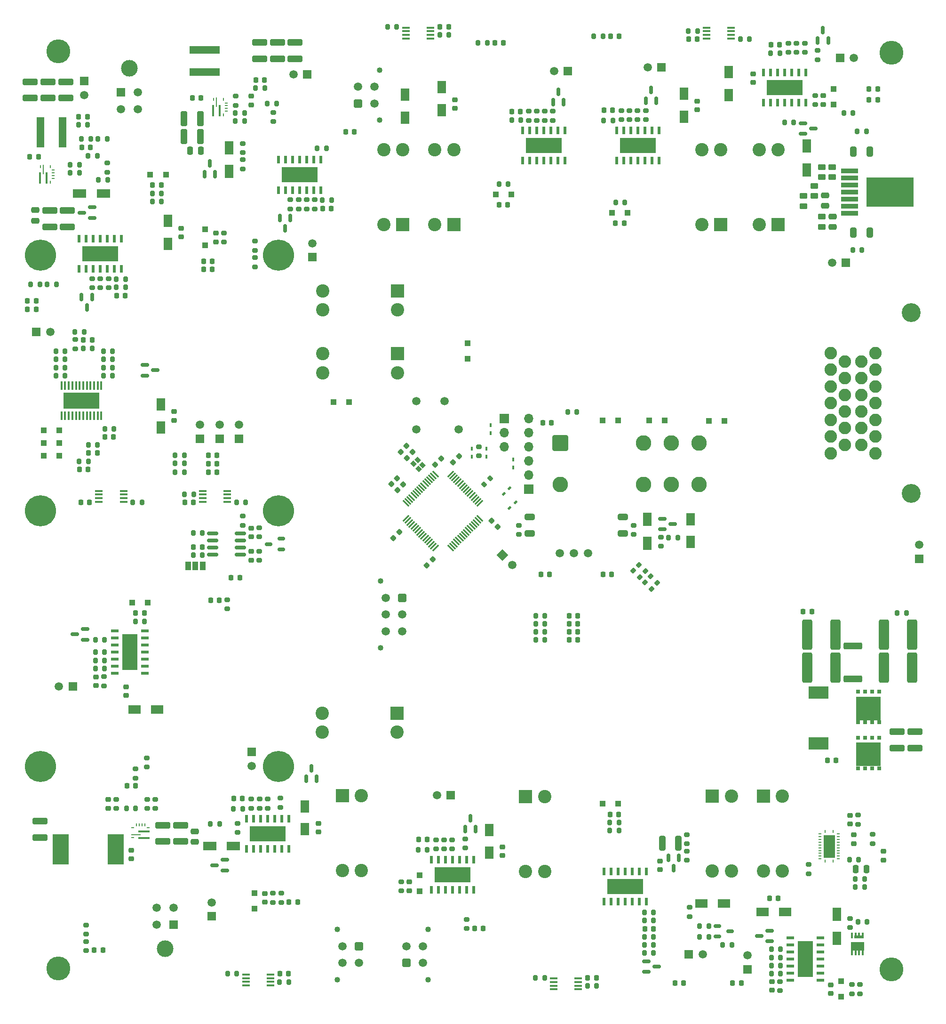
<source format=gbr>
%TF.GenerationSoftware,KiCad,Pcbnew,8.0.5*%
%TF.CreationDate,2025-01-18T20:32:25+01:00*%
%TF.ProjectId,FT25_PDU,46543235-5f50-4445-952e-6b696361645f,V1.2*%
%TF.SameCoordinates,Original*%
%TF.FileFunction,Soldermask,Top*%
%TF.FilePolarity,Negative*%
%FSLAX46Y46*%
G04 Gerber Fmt 4.6, Leading zero omitted, Abs format (unit mm)*
G04 Created by KiCad (PCBNEW 8.0.5) date 2025-01-18 20:32:25*
%MOMM*%
%LPD*%
G01*
G04 APERTURE LIST*
G04 Aperture macros list*
%AMRoundRect*
0 Rectangle with rounded corners*
0 $1 Rounding radius*
0 $2 $3 $4 $5 $6 $7 $8 $9 X,Y pos of 4 corners*
0 Add a 4 corners polygon primitive as box body*
4,1,4,$2,$3,$4,$5,$6,$7,$8,$9,$2,$3,0*
0 Add four circle primitives for the rounded corners*
1,1,$1+$1,$2,$3*
1,1,$1+$1,$4,$5*
1,1,$1+$1,$6,$7*
1,1,$1+$1,$8,$9*
0 Add four rect primitives between the rounded corners*
20,1,$1+$1,$2,$3,$4,$5,0*
20,1,$1+$1,$4,$5,$6,$7,0*
20,1,$1+$1,$6,$7,$8,$9,0*
20,1,$1+$1,$8,$9,$2,$3,0*%
%AMRotRect*
0 Rectangle, with rotation*
0 The origin of the aperture is its center*
0 $1 length*
0 $2 width*
0 $3 Rotation angle, in degrees counterclockwise*
0 Add horizontal line*
21,1,$1,$2,0,0,$3*%
G04 Aperture macros list end*
%ADD10R,1.500000X1.500000*%
%ADD11C,1.500000*%
%ADD12RoundRect,0.200000X0.275000X-0.200000X0.275000X0.200000X-0.275000X0.200000X-0.275000X-0.200000X0*%
%ADD13RoundRect,0.200000X-0.275000X0.200000X-0.275000X-0.200000X0.275000X-0.200000X0.275000X0.200000X0*%
%ADD14RoundRect,0.250000X1.100000X-0.325000X1.100000X0.325000X-1.100000X0.325000X-1.100000X-0.325000X0*%
%ADD15R,0.507200X1.456100*%
%ADD16R,6.502400X2.743200*%
%ADD17R,1.550000X2.200000*%
%ADD18RoundRect,0.200000X-0.200000X-0.275000X0.200000X-0.275000X0.200000X0.275000X-0.200000X0.275000X0*%
%ADD19RoundRect,0.150000X-0.150000X0.587500X-0.150000X-0.587500X0.150000X-0.587500X0.150000X0.587500X0*%
%ADD20RoundRect,0.150000X0.150000X-0.587500X0.150000X0.587500X-0.150000X0.587500X-0.150000X-0.587500X0*%
%ADD21RoundRect,0.250000X0.325000X1.100000X-0.325000X1.100000X-0.325000X-1.100000X0.325000X-1.100000X0*%
%ADD22RoundRect,0.218750X0.218750X0.256250X-0.218750X0.256250X-0.218750X-0.256250X0.218750X-0.256250X0*%
%ADD23R,0.420000X0.670000*%
%ADD24RoundRect,0.250000X0.300000X0.300000X-0.300000X0.300000X-0.300000X-0.300000X0.300000X-0.300000X0*%
%ADD25C,5.600000*%
%ADD26R,2.400000X2.400000*%
%ADD27C,2.400000*%
%ADD28RoundRect,0.225000X-0.250000X0.225000X-0.250000X-0.225000X0.250000X-0.225000X0.250000X0.225000X0*%
%ADD29C,4.300000*%
%ADD30RoundRect,0.250000X-0.300000X0.300000X-0.300000X-0.300000X0.300000X-0.300000X0.300000X0.300000X0*%
%ADD31RoundRect,0.225000X0.225000X0.250000X-0.225000X0.250000X-0.225000X-0.250000X0.225000X-0.250000X0*%
%ADD32R,1.550000X2.350000*%
%ADD33RoundRect,0.250000X-0.650000X0.325000X-0.650000X-0.325000X0.650000X-0.325000X0.650000X0.325000X0*%
%ADD34RoundRect,0.225000X0.250000X-0.225000X0.250000X0.225000X-0.250000X0.225000X-0.250000X-0.225000X0*%
%ADD35RoundRect,0.225000X-0.225000X-0.250000X0.225000X-0.250000X0.225000X0.250000X-0.225000X0.250000X0*%
%ADD36RoundRect,0.200000X0.200000X0.275000X-0.200000X0.275000X-0.200000X-0.275000X0.200000X-0.275000X0*%
%ADD37C,1.020000*%
%ADD38RoundRect,0.250001X0.499999X-0.499999X0.499999X0.499999X-0.499999X0.499999X-0.499999X-0.499999X0*%
%ADD39R,2.200000X1.550000*%
%ADD40RoundRect,0.250000X-0.450000X0.262500X-0.450000X-0.262500X0.450000X-0.262500X0.450000X0.262500X0*%
%ADD41RoundRect,0.150000X0.587500X0.150000X-0.587500X0.150000X-0.587500X-0.150000X0.587500X-0.150000X0*%
%ADD42R,2.350000X1.550000*%
%ADD43RoundRect,0.150000X-0.587500X-0.150000X0.587500X-0.150000X0.587500X0.150000X-0.587500X0.150000X0*%
%ADD44RoundRect,0.150000X0.512500X0.150000X-0.512500X0.150000X-0.512500X-0.150000X0.512500X-0.150000X0*%
%ADD45RoundRect,0.250000X-0.475000X0.250000X-0.475000X-0.250000X0.475000X-0.250000X0.475000X0.250000X0*%
%ADD46RotRect,0.420000X0.670000X315.000000*%
%ADD47RoundRect,0.225000X0.017678X-0.335876X0.335876X-0.017678X-0.017678X0.335876X-0.335876X0.017678X0*%
%ADD48C,3.000000*%
%ADD49R,1.520000X1.520000*%
%ADD50C,1.520000*%
%ADD51RoundRect,0.250000X0.450000X-0.262500X0.450000X0.262500X-0.450000X0.262500X-0.450000X-0.262500X0*%
%ADD52RoundRect,0.250000X-0.650000X-2.450000X0.650000X-2.450000X0.650000X2.450000X-0.650000X2.450000X0*%
%ADD53RoundRect,0.150000X-0.512500X-0.150000X0.512500X-0.150000X0.512500X0.150000X-0.512500X0.150000X0*%
%ADD54RoundRect,0.250000X0.300000X-0.300000X0.300000X0.300000X-0.300000X0.300000X-0.300000X-0.300000X0*%
%ADD55R,1.456100X0.507200*%
%ADD56R,2.743200X6.502400*%
%ADD57RoundRect,0.250000X-0.325000X-0.650000X0.325000X-0.650000X0.325000X0.650000X-0.325000X0.650000X0*%
%ADD58R,1.000000X1.500000*%
%ADD59R,0.600000X0.250000*%
%ADD60R,0.250000X0.600000*%
%ADD61R,0.250000X1.700000*%
%ADD62R,0.400000X2.100000*%
%ADD63RoundRect,0.200000X0.335876X0.053033X0.053033X0.335876X-0.335876X-0.053033X-0.053033X-0.335876X0*%
%ADD64C,3.400000*%
%ADD65C,2.250000*%
%ADD66RoundRect,0.250000X0.250000X0.475000X-0.250000X0.475000X-0.250000X-0.475000X0.250000X-0.475000X0*%
%ADD67R,1.475000X0.450000*%
%ADD68RotRect,1.500000X1.500000X315.000000*%
%ADD69RoundRect,0.218750X-0.218750X-0.256250X0.218750X-0.256250X0.218750X0.256250X-0.218750X0.256250X0*%
%ADD70RoundRect,0.225000X-0.017678X0.335876X-0.335876X0.017678X0.017678X-0.335876X0.335876X-0.017678X0*%
%ADD71RoundRect,0.075000X-0.548008X0.441942X0.441942X-0.548008X0.548008X-0.441942X-0.441942X0.548008X0*%
%ADD72RoundRect,0.075000X-0.548008X-0.441942X-0.441942X-0.548008X0.548008X0.441942X0.441942X0.548008X0*%
%ADD73R,1.450000X5.500000*%
%ADD74R,0.381000X1.016000*%
%ADD75R,2.360000X1.522000*%
%ADD76R,1.701800X0.611400*%
%ADD77RoundRect,0.250000X-1.100000X0.325000X-1.100000X-0.325000X1.100000X-0.325000X1.100000X0.325000X0*%
%ADD78RoundRect,0.225000X0.335876X0.017678X0.017678X0.335876X-0.335876X-0.017678X-0.017678X-0.335876X0*%
%ADD79R,1.700000X1.700000*%
%ADD80O,1.700000X1.700000*%
%ADD81R,0.675000X0.750000*%
%ADD82R,0.675000X0.655000*%
%ADD83R,0.655000X0.675000*%
%ADD84R,4.510000X4.295000*%
%ADD85RoundRect,0.250000X1.425000X-0.362500X1.425000X0.362500X-1.425000X0.362500X-1.425000X-0.362500X0*%
%ADD86RotRect,0.875000X0.775000X135.000000*%
%ADD87RoundRect,0.250000X0.475000X-0.250000X0.475000X0.250000X-0.475000X0.250000X-0.475000X-0.250000X0*%
%ADD88C,2.800000*%
%ADD89RoundRect,0.250000X-1.150000X-1.150000X1.150000X-1.150000X1.150000X1.150000X-1.150000X1.150000X0*%
%ADD90R,0.450000X1.525000*%
%ADD91R,6.500000X2.870000*%
%ADD92RoundRect,0.250000X0.312500X1.075000X-0.312500X1.075000X-0.312500X-1.075000X0.312500X-1.075000X0*%
%ADD93R,2.900000X5.400000*%
%ADD94R,3.060000X0.890000*%
%ADD95R,8.540000X5.350000*%
%ADD96RoundRect,0.250001X-0.499999X0.499999X-0.499999X-0.499999X0.499999X-0.499999X0.499999X0.499999X0*%
%ADD97R,1.700000X0.250000*%
%ADD98R,2.100000X0.400000*%
%ADD99R,5.500000X1.450000*%
%ADD100R,3.600000X2.300000*%
%ADD101RoundRect,0.250000X-0.250000X-0.475000X0.250000X-0.475000X0.250000X0.475000X-0.250000X0.475000X0*%
%ADD102R,2.100000X4.100000*%
%ADD103RoundRect,0.150000X-0.825000X-0.150000X0.825000X-0.150000X0.825000X0.150000X-0.825000X0.150000X0*%
%ADD104RoundRect,0.225000X-0.335876X-0.017678X-0.017678X-0.335876X0.335876X0.017678X0.017678X0.335876X0*%
%ADD105RoundRect,0.250000X-0.300000X-0.300000X0.300000X-0.300000X0.300000X0.300000X-0.300000X0.300000X0*%
%ADD106RoundRect,0.250000X0.650000X2.450000X-0.650000X2.450000X-0.650000X-2.450000X0.650000X-2.450000X0*%
%ADD107RoundRect,0.200000X-0.053033X0.335876X-0.335876X0.053033X0.053033X-0.335876X0.335876X-0.053033X0*%
G04 APERTURE END LIST*
D10*
%TO.C,TP2*%
X165320000Y-98460000D03*
D11*
X165320000Y-95960000D03*
%TD*%
D12*
%TO.C,R38*%
X161375000Y-89780000D03*
X161375000Y-88130000D03*
%TD*%
D13*
%TO.C,R75*%
X128645000Y-102310000D03*
X128645000Y-103960000D03*
%TD*%
D14*
%TO.C,C87*%
X162225000Y-62750000D03*
X162225000Y-59800000D03*
%TD*%
D15*
%TO.C,IC2*%
X159209000Y-86371749D03*
X160479000Y-86371749D03*
X161749000Y-86371749D03*
X163019000Y-86371749D03*
X164289000Y-86371749D03*
X165559000Y-86371749D03*
X166829000Y-86371749D03*
X166829000Y-80927849D03*
X165559000Y-80927849D03*
X164289000Y-80927849D03*
X163019000Y-80927849D03*
X161749000Y-80927849D03*
X160479000Y-80927849D03*
X159209000Y-80927849D03*
D16*
X163019000Y-83649799D03*
%TD*%
D17*
%TO.C,D35*%
X139345000Y-91945000D03*
X139345000Y-96045000D03*
%TD*%
D18*
%TO.C,R171*%
X121730000Y-83275000D03*
X123380000Y-83275000D03*
%TD*%
D19*
%TO.C,D36*%
X125700000Y-105597500D03*
X123800000Y-105597500D03*
X124750000Y-107472500D03*
%TD*%
D20*
%TO.C,D32*%
X164190000Y-192252498D03*
X166090000Y-192252498D03*
X165140000Y-190377498D03*
%TD*%
D12*
%TO.C,R132*%
X135615001Y-197600000D03*
X135615001Y-195950000D03*
%TD*%
D18*
%TO.C,R157*%
X155090000Y-68065000D03*
X156740000Y-68065000D03*
%TD*%
D21*
%TO.C,C81*%
X145160000Y-76725000D03*
X142210000Y-76725000D03*
%TD*%
D13*
%TO.C,R128*%
X135545001Y-188490000D03*
X135545001Y-190140000D03*
%TD*%
D22*
%TO.C,D66*%
X267082500Y-70155000D03*
X265507500Y-70155000D03*
%TD*%
D18*
%TO.C,R172*%
X126760000Y-77225000D03*
X128410000Y-77225000D03*
%TD*%
D23*
%TO.C,D2*%
X193990000Y-132900000D03*
X193990000Y-134350000D03*
%TD*%
D24*
%TO.C,D70*%
X220339999Y-127854999D03*
X217540001Y-127854999D03*
%TD*%
D10*
%TO.C,TP13*%
X147190001Y-216990000D03*
D11*
X147190001Y-214490000D03*
%TD*%
D18*
%TO.C,R131*%
X146980000Y-200415000D03*
X148630000Y-200415000D03*
%TD*%
D10*
%TO.C,TP14*%
X261380000Y-99440000D03*
D11*
X258880000Y-99440000D03*
%TD*%
D25*
%TO.C,REF\u002A\u002A*%
X116410000Y-144080000D03*
%TD*%
D13*
%TO.C,R92*%
X254645000Y-207690000D03*
X254645000Y-209340000D03*
%TD*%
D26*
%TO.C,H12*%
X180580000Y-180485000D03*
D27*
X180580000Y-183885000D03*
X167110000Y-180485000D03*
X167110000Y-183885000D03*
%TD*%
D18*
%TO.C,R139*%
X263380001Y-75855000D03*
X265030001Y-75855000D03*
%TD*%
D28*
%TO.C,C37*%
X156795000Y-212900001D03*
X156795000Y-214450001D03*
%TD*%
D18*
%TO.C,R20*%
X119180477Y-118297452D03*
X120830477Y-118297452D03*
%TD*%
D29*
%TO.C,H4*%
X119575000Y-226345000D03*
%TD*%
D14*
%TO.C,C67*%
X138414747Y-203538428D03*
X138414747Y-200588428D03*
%TD*%
D30*
%TO.C,D17*%
X146065000Y-93480000D03*
X146065000Y-96280000D03*
%TD*%
D31*
%TO.C,C35*%
X185980000Y-203145000D03*
X184430000Y-203145000D03*
%TD*%
D18*
%TO.C,R111*%
X225100000Y-220675000D03*
X226750000Y-220675000D03*
%TD*%
D12*
%TO.C,R151*%
X154995000Y-100190000D03*
X154995000Y-98540000D03*
%TD*%
D18*
%TO.C,R31*%
X247950000Y-222935000D03*
X249600000Y-222935000D03*
%TD*%
D22*
%TO.C,D7*%
X213122500Y-167295000D03*
X211547500Y-167295000D03*
%TD*%
D32*
%TO.C,D65*%
X254335000Y-82740000D03*
X254335000Y-78440000D03*
%TD*%
D33*
%TO.C,C60*%
X221205000Y-145200000D03*
X221205000Y-148150000D03*
%TD*%
D12*
%TO.C,R55*%
X251015000Y-61619999D03*
X251015000Y-59969999D03*
%TD*%
D31*
%TO.C,C59*%
X125210000Y-142575000D03*
X123660000Y-142575000D03*
%TD*%
D18*
%TO.C,R28*%
X188233000Y-58485000D03*
X189883000Y-58485000D03*
%TD*%
D34*
%TO.C,C36*%
X166425000Y-201809999D03*
X166425000Y-200259999D03*
%TD*%
D13*
%TO.C,R117*%
X202525000Y-146680000D03*
X202525000Y-148330000D03*
%TD*%
D35*
%TO.C,C40*%
X136560000Y-85505000D03*
X138110000Y-85505000D03*
%TD*%
D36*
%TO.C,R58*%
X249460001Y-61734999D03*
X247810001Y-61734999D03*
%TD*%
D15*
%TO.C,IC3*%
X227711000Y-75638250D03*
X226441000Y-75638250D03*
X225171000Y-75638250D03*
X223901000Y-75638250D03*
X222631000Y-75638250D03*
X221361000Y-75638250D03*
X220091000Y-75638250D03*
X220091000Y-81082150D03*
X221361000Y-81082150D03*
X222631000Y-81082150D03*
X223901000Y-81082150D03*
X225171000Y-81082150D03*
X226441000Y-81082150D03*
X227711000Y-81082150D03*
D16*
X223901000Y-78360200D03*
%TD*%
D17*
%TO.C,D15*%
X182037559Y-69250000D03*
X182037559Y-73350000D03*
%TD*%
D13*
%TO.C,R129*%
X133455000Y-190480000D03*
X133455000Y-192130000D03*
%TD*%
D36*
%TO.C,R34*%
X249600000Y-227315000D03*
X247950000Y-227315000D03*
%TD*%
D25*
%TO.C,REF\u002A\u002A*%
X116410000Y-190080000D03*
%TD*%
D18*
%TO.C,R142*%
X123350000Y-135165000D03*
X125000000Y-135165000D03*
%TD*%
%TO.C,R159*%
X151470000Y-72545000D03*
X153120000Y-72545000D03*
%TD*%
D37*
%TO.C,J5*%
X177445000Y-73795000D03*
X177445000Y-64795000D03*
D38*
X173505000Y-70795000D03*
D11*
X173505000Y-67795000D03*
X176505000Y-70795000D03*
X176505000Y-67795000D03*
%TD*%
D36*
%TO.C,R50*%
X221580000Y-88595000D03*
X219930000Y-88595000D03*
%TD*%
D39*
%TO.C,D11*%
X246345000Y-216165000D03*
X250445000Y-216165000D03*
%TD*%
D40*
%TO.C,R135*%
X258905000Y-82229354D03*
X258905000Y-84054354D03*
%TD*%
D23*
%TO.C,D6*%
X201440000Y-136320000D03*
X201440000Y-134870000D03*
%TD*%
D36*
%TO.C,R94*%
X264690000Y-211725000D03*
X263040000Y-211725000D03*
%TD*%
D18*
%TO.C,R80*%
X126280000Y-167245000D03*
X127930000Y-167245000D03*
%TD*%
%TO.C,R124*%
X195170001Y-59895000D03*
X196820001Y-59895000D03*
%TD*%
D35*
%TO.C,C58*%
X124113529Y-113339864D03*
X125663529Y-113339864D03*
%TD*%
D12*
%TO.C,R3*%
X152815001Y-146670000D03*
X152815001Y-145020000D03*
%TD*%
D36*
%TO.C,R22*%
X143967000Y-141115000D03*
X142317000Y-141115000D03*
%TD*%
%TO.C,R91*%
X264690000Y-210265000D03*
X263040000Y-210265000D03*
%TD*%
D10*
%TO.C,TP12*%
X211339141Y-64992342D03*
D11*
X208839141Y-64992342D03*
%TD*%
D13*
%TO.C,R40*%
X164295000Y-88130000D03*
X164295000Y-89780000D03*
%TD*%
D41*
%TO.C,D12*%
X247652500Y-221450000D03*
X247652500Y-219550000D03*
X245777500Y-220500000D03*
%TD*%
D24*
%TO.C,D77*%
X171929999Y-124525000D03*
X169130001Y-124525000D03*
%TD*%
D42*
%TO.C,D63*%
X146840000Y-204365000D03*
X151140000Y-204365000D03*
%TD*%
D12*
%TO.C,R133*%
X137075000Y-197600000D03*
X137075000Y-195950000D03*
%TD*%
D13*
%TO.C,R120*%
X208614140Y-72222341D03*
X208614140Y-73872341D03*
%TD*%
D12*
%TO.C,R67*%
X157265000Y-197550000D03*
X157265000Y-195900000D03*
%TD*%
D24*
%TO.C,D48*%
X119750000Y-131855000D03*
X116950000Y-131855000D03*
%TD*%
D18*
%TO.C,R16*%
X205530000Y-164375000D03*
X207180000Y-164375000D03*
%TD*%
D13*
%TO.C,R39*%
X162835000Y-88130000D03*
X162835000Y-89780000D03*
%TD*%
D18*
%TO.C,R14*%
X205530000Y-167295000D03*
X207180000Y-167295000D03*
%TD*%
D42*
%TO.C,D72*%
X123429999Y-87035000D03*
X127730001Y-87035000D03*
%TD*%
D35*
%TO.C,C70*%
X131930000Y-193525000D03*
X133480000Y-193525000D03*
%TD*%
D17*
%TO.C,D27*%
X197145000Y-201465001D03*
X197145000Y-205565001D03*
%TD*%
D13*
%TO.C,R35*%
X263865000Y-229250000D03*
X263865000Y-230900000D03*
%TD*%
D31*
%TO.C,C57*%
X226700000Y-219215000D03*
X225150000Y-219215000D03*
%TD*%
%TO.C,C79*%
X145280000Y-69785000D03*
X143730000Y-69785000D03*
%TD*%
D19*
%TO.C,D16*%
X161350000Y-91417499D03*
X159450000Y-91417499D03*
X160400000Y-93292499D03*
%TD*%
D11*
%TO.C,K2*%
X189130000Y-124340000D03*
X184050000Y-124340000D03*
X191670000Y-129420000D03*
X184050000Y-129420000D03*
%TD*%
D43*
%TO.C,Q4*%
X253607500Y-74350000D03*
X253607500Y-76250000D03*
X255482500Y-75300000D03*
%TD*%
D10*
%TO.C,TP17*%
X152120000Y-131100000D03*
D11*
X152120000Y-128600000D03*
%TD*%
D26*
%TO.C,H15*%
X180629999Y-115825000D03*
D27*
X180629999Y-119225000D03*
X167159999Y-115825000D03*
X167159999Y-119225000D03*
%TD*%
D44*
%TO.C,D1*%
X159722500Y-150999999D03*
X159722500Y-149100001D03*
X157447500Y-150050000D03*
%TD*%
D18*
%TO.C,R49*%
X215980000Y-58685000D03*
X217630000Y-58685000D03*
%TD*%
D35*
%TO.C,C45*%
X258040000Y-188985000D03*
X259590000Y-188985000D03*
%TD*%
D24*
%TO.C,D49*%
X119750000Y-134155000D03*
X116950000Y-134155000D03*
%TD*%
D22*
%TO.C,D54*%
X232142500Y-228995000D03*
X230567500Y-228995000D03*
%TD*%
D28*
%TO.C,C46*%
X262115000Y-198820000D03*
X262115000Y-200370000D03*
%TD*%
D35*
%TO.C,C95*%
X123850000Y-78685000D03*
X125400000Y-78685000D03*
%TD*%
D10*
%TO.C,TP4*%
X260299999Y-62600000D03*
D11*
X262799999Y-62600000D03*
%TD*%
D24*
%TO.C,D47*%
X119750000Y-129555000D03*
X116950000Y-129555000D03*
%TD*%
D36*
%TO.C,R83*%
X127910000Y-172475000D03*
X126260000Y-172475000D03*
%TD*%
D12*
%TO.C,R152*%
X158275000Y-74080000D03*
X158275000Y-72430000D03*
%TD*%
D45*
%TO.C,C94*%
X115465000Y-89995000D03*
X115465000Y-91895000D03*
%TD*%
D36*
%TO.C,R145*%
X129370000Y-118294999D03*
X127720000Y-118294999D03*
%TD*%
D12*
%TO.C,R170*%
X128414999Y-83170000D03*
X128414999Y-81520000D03*
%TD*%
D13*
%TO.C,R41*%
X165755000Y-88130000D03*
X165755000Y-89780000D03*
%TD*%
D46*
%TO.C,D4*%
X201864177Y-142573102D03*
X200838873Y-143598406D03*
%TD*%
D47*
%TO.C,C6*%
X179932703Y-148977800D03*
X181028719Y-147881784D03*
%TD*%
D13*
%TO.C,R116*%
X223115000Y-146670000D03*
X223115000Y-148320000D03*
%TD*%
D15*
%TO.C,IC6*%
X161111000Y-199448250D03*
X159841000Y-199448250D03*
X158571000Y-199448250D03*
X157301000Y-199448250D03*
X156031000Y-199448250D03*
X154761000Y-199448250D03*
X153491000Y-199448250D03*
X153491000Y-204892150D03*
X154761000Y-204892150D03*
X156031000Y-204892150D03*
X157301000Y-204892150D03*
X158571000Y-204892150D03*
X159841000Y-204892150D03*
X161111000Y-204892150D03*
D16*
X157301000Y-202170200D03*
%TD*%
D36*
%TO.C,R72*%
X152790000Y-197664999D03*
X151140000Y-197664999D03*
%TD*%
D28*
%TO.C,C44*%
X126365000Y-173930001D03*
X126365000Y-175480001D03*
%TD*%
D34*
%TO.C,C11*%
X154334999Y-152940001D03*
X154334999Y-151390001D03*
%TD*%
D36*
%TO.C,R113*%
X220520000Y-200105000D03*
X218870000Y-200105000D03*
%TD*%
D41*
%TO.C,D40*%
X124442500Y-167240001D03*
X124442500Y-165340001D03*
X122567499Y-166290001D03*
%TD*%
D48*
%TO.C,J9*%
X132379500Y-64505800D03*
D49*
X130879500Y-68825800D03*
D50*
X133879500Y-68825800D03*
X130879500Y-71825800D03*
X133879500Y-71825800D03*
%TD*%
D18*
%TO.C,R143*%
X125000000Y-132235000D03*
X126650000Y-132235000D03*
%TD*%
%TO.C,R21*%
X151683000Y-142575000D03*
X153333000Y-142575000D03*
%TD*%
D47*
%TO.C,C4*%
X185942530Y-153892947D03*
X187038546Y-152796931D03*
%TD*%
D31*
%TO.C,C64*%
X202789140Y-72297341D03*
X201239140Y-72297341D03*
%TD*%
D36*
%TO.C,R168*%
X116270000Y-103335000D03*
X114620000Y-103335000D03*
%TD*%
D26*
%TO.C,H5*%
X246515000Y-195350000D03*
D27*
X249915000Y-195350000D03*
X246515000Y-208820000D03*
X249915000Y-208820000D03*
%TD*%
D32*
%TO.C,D43*%
X259695000Y-216660000D03*
X259695000Y-220960000D03*
%TD*%
D34*
%TO.C,C39*%
X141745000Y-94790000D03*
X141745000Y-93240000D03*
%TD*%
D51*
%TO.C,R141*%
X253745000Y-89254356D03*
X253745000Y-87429356D03*
%TD*%
D22*
%TO.C,D58*%
X208012500Y-155475000D03*
X206437500Y-155475000D03*
%TD*%
D18*
%TO.C,R173*%
X124073528Y-114829864D03*
X125723528Y-114829864D03*
%TD*%
D52*
%TO.C,C52*%
X268185832Y-172259609D03*
X273285832Y-172259609D03*
%TD*%
D14*
%TO.C,C90*%
X117725000Y-69850000D03*
X117725000Y-66900000D03*
%TD*%
D18*
%TO.C,R97*%
X119180477Y-119757452D03*
X120830477Y-119757452D03*
%TD*%
%TO.C,R79*%
X130040000Y-102415000D03*
X131690000Y-102415000D03*
%TD*%
%TO.C,R112*%
X225100000Y-217755000D03*
X226750000Y-217755000D03*
%TD*%
D34*
%TO.C,C34*%
X182785000Y-212360000D03*
X182785000Y-210810000D03*
%TD*%
D36*
%TO.C,R125*%
X200580001Y-85285000D03*
X198930001Y-85285000D03*
%TD*%
D53*
%TO.C,Q6*%
X238267500Y-218740000D03*
X238267500Y-220640000D03*
X240542500Y-219690000D03*
%TD*%
D14*
%TO.C,C91*%
X120925000Y-69850000D03*
X120925000Y-66900000D03*
%TD*%
D18*
%TO.C,R108*%
X239160000Y-222125000D03*
X240810000Y-222125000D03*
%TD*%
D48*
%TO.C,J11*%
X138824000Y-222794200D03*
D49*
X140324000Y-218474200D03*
D50*
X137324000Y-218474200D03*
X140324000Y-215474200D03*
X137324000Y-215474200D03*
%TD*%
D25*
%TO.C,REF\u002A\u002A*%
X159210000Y-144080000D03*
%TD*%
D54*
%TO.C,D76*%
X193275000Y-116729999D03*
X193275000Y-113930001D03*
%TD*%
D10*
%TO.C,TP5*%
X190250000Y-195230000D03*
D11*
X187750000Y-195230000D03*
%TD*%
D43*
%TO.C,D52*%
X225427500Y-225080000D03*
X225427500Y-226980000D03*
X227302500Y-226030000D03*
%TD*%
D12*
%TO.C,R123*%
X204234140Y-73872341D03*
X204234140Y-72222341D03*
%TD*%
D13*
%TO.C,R156*%
X152795000Y-77990000D03*
X152795000Y-79640000D03*
%TD*%
D24*
%TO.C,D41*%
X135679999Y-160565000D03*
X132880001Y-160565000D03*
%TD*%
D18*
%TO.C,R78*%
X136510000Y-86975000D03*
X138160000Y-86975000D03*
%TD*%
D28*
%TO.C,C53*%
X268075000Y-205300000D03*
X268075000Y-206850000D03*
%TD*%
D31*
%TO.C,C24*%
X172865000Y-75872441D03*
X171315000Y-75872441D03*
%TD*%
D55*
%TO.C,IC8*%
X129778251Y-165649000D03*
X129778251Y-166919000D03*
X129778251Y-168189000D03*
X129778251Y-169459000D03*
X129778251Y-170729000D03*
X129778251Y-171999000D03*
X129778251Y-173269000D03*
X135222151Y-173269000D03*
X135222151Y-171999000D03*
X135222151Y-170729000D03*
X135222151Y-169459000D03*
X135222151Y-168189000D03*
X135222151Y-166919000D03*
X135222151Y-165649000D03*
D56*
X132500201Y-169459000D03*
%TD*%
D12*
%TO.C,R68*%
X155805000Y-197549999D03*
X155805000Y-195899999D03*
%TD*%
D41*
%TO.C,Q2*%
X149580700Y-208738000D03*
X149580700Y-206838000D03*
X147705700Y-207788000D03*
%TD*%
D29*
%TO.C,H3*%
X269575000Y-61695000D03*
%TD*%
D13*
%TO.C,R5*%
X195325000Y-132530000D03*
X195325000Y-134180000D03*
%TD*%
D18*
%TO.C,R148*%
X140640000Y-134065000D03*
X142290000Y-134065000D03*
%TD*%
D12*
%TO.C,R57*%
X255825000Y-71009999D03*
X255825000Y-69359999D03*
%TD*%
D36*
%TO.C,R134*%
X133530000Y-197555000D03*
X131880000Y-197555000D03*
%TD*%
D13*
%TO.C,R2*%
X155795000Y-151340000D03*
X155795000Y-152990000D03*
%TD*%
D57*
%TO.C,C73*%
X262719999Y-79481855D03*
X265669999Y-79481855D03*
%TD*%
D33*
%TO.C,C61*%
X204425000Y-145200000D03*
X204425000Y-148150000D03*
%TD*%
D24*
%TO.C,D71*%
X228739999Y-127855001D03*
X225940001Y-127855001D03*
%TD*%
D36*
%TO.C,R51*%
X219389999Y-73854999D03*
X217739999Y-73854999D03*
%TD*%
%TO.C,R82*%
X127910000Y-170985000D03*
X126260000Y-170985000D03*
%TD*%
D58*
%TO.C,JP1*%
X142975000Y-154015000D03*
X144275000Y-154015000D03*
X145575000Y-154015000D03*
%TD*%
D13*
%TO.C,R66*%
X159574999Y-195729999D03*
X159574999Y-197379999D03*
%TD*%
D12*
%TO.C,R130*%
X130035000Y-197610000D03*
X130035000Y-195960000D03*
%TD*%
D34*
%TO.C,C33*%
X199555000Y-206030000D03*
X199555000Y-204480000D03*
%TD*%
D59*
%TO.C,IC17*%
X149810000Y-72209999D03*
X149810000Y-71709999D03*
X149810000Y-71209999D03*
X149810000Y-70709999D03*
D60*
X149340000Y-70059999D03*
D61*
X148040000Y-70609999D03*
D60*
X147540000Y-70059999D03*
D62*
X147460000Y-72109999D03*
X148620000Y-72109999D03*
D60*
X149340000Y-72859999D03*
%TD*%
D54*
%TO.C,D25*%
X259165000Y-71040000D03*
X259165000Y-68240000D03*
%TD*%
D14*
%TO.C,C68*%
X141614747Y-203538427D03*
X141614747Y-200588427D03*
%TD*%
D63*
%TO.C,R6*%
X224244576Y-155993363D03*
X223077850Y-154826637D03*
%TD*%
D22*
%TO.C,D38*%
X115632500Y-107795000D03*
X114057500Y-107795000D03*
%TD*%
D18*
%TO.C,R101*%
X132989999Y-142575000D03*
X134639999Y-142575000D03*
%TD*%
D22*
%TO.C,D22*%
X220552500Y-58685000D03*
X218977500Y-58685000D03*
%TD*%
D43*
%TO.C,Q3*%
X228297500Y-145483000D03*
X228297500Y-147383000D03*
X230172500Y-146433000D03*
%TD*%
D13*
%TO.C,R52*%
X256244999Y-61299999D03*
X256244999Y-62949999D03*
%TD*%
D36*
%TO.C,R30*%
X234657000Y-57815001D03*
X233007000Y-57815001D03*
%TD*%
D18*
%TO.C,R167*%
X123230000Y-74645000D03*
X124880000Y-74645000D03*
%TD*%
D64*
%TO.C,J10*%
X273150000Y-140950000D03*
X273150000Y-108450000D03*
D65*
X258650000Y-133700000D03*
X258650000Y-130700000D03*
X258650000Y-127700000D03*
X258650000Y-124700000D03*
X258650000Y-121700000D03*
X258650000Y-118700000D03*
X258650000Y-115700000D03*
X261150000Y-132200000D03*
X261150000Y-129200000D03*
X261150000Y-126200000D03*
X261150000Y-123200000D03*
X261150000Y-120200000D03*
X261150000Y-117200000D03*
X264150000Y-132200000D03*
X264150000Y-129200000D03*
X264150000Y-126200000D03*
X264150000Y-123200000D03*
X264150000Y-120200000D03*
X264150000Y-117200000D03*
X266650000Y-133700000D03*
X266650000Y-130700000D03*
X266650000Y-127700000D03*
X266650000Y-124700000D03*
X266650000Y-121700000D03*
X266650000Y-118700000D03*
X266650000Y-115700000D03*
%TD*%
D66*
%TO.C,C83*%
X145245001Y-79315000D03*
X143345001Y-79315000D03*
%TD*%
D12*
%TO.C,R103*%
X232765000Y-206930000D03*
X232765000Y-205280000D03*
%TD*%
D26*
%TO.C,H14*%
X190775001Y-92620000D03*
D27*
X187375001Y-92620000D03*
X190775001Y-79150000D03*
X187375001Y-79150000D03*
%TD*%
D36*
%TO.C,R126*%
X202849141Y-73797341D03*
X201199141Y-73797341D03*
%TD*%
D13*
%TO.C,R71*%
X158255000Y-212850001D03*
X158255000Y-214500001D03*
%TD*%
D67*
%TO.C,U3*%
X131337001Y-142430002D03*
X131337001Y-141780002D03*
X131337001Y-141130002D03*
X131337001Y-140480002D03*
X126913001Y-140480002D03*
X126913001Y-141130002D03*
X126913001Y-141780002D03*
X126913001Y-142430002D03*
%TD*%
D68*
%TO.C,TP11*%
X199560553Y-152033274D03*
D11*
X201328320Y-153801041D03*
%TD*%
D22*
%TO.C,D62*%
X199742501Y-59895000D03*
X198167501Y-59895000D03*
%TD*%
D39*
%TO.C,D51*%
X239445000Y-214674999D03*
X235345000Y-214674999D03*
%TD*%
D13*
%TO.C,R42*%
X149425000Y-94100000D03*
X149425000Y-95750000D03*
%TD*%
D63*
%TO.C,R4*%
X226339429Y-158095789D03*
X225172703Y-156929063D03*
%TD*%
D69*
%TO.C,D14*%
X240937500Y-229025000D03*
X242512500Y-229025000D03*
%TD*%
D70*
%TO.C,C3*%
X188530018Y-134654210D03*
X187434002Y-135750226D03*
%TD*%
D54*
%TO.C,D29*%
X184665000Y-212440001D03*
X184665000Y-209640001D03*
%TD*%
D71*
%TO.C,U2*%
X187473819Y-137425519D03*
X187120266Y-137779072D03*
X186766713Y-138132625D03*
X186413159Y-138486179D03*
X186059606Y-138839732D03*
X185706052Y-139193286D03*
X185352499Y-139546839D03*
X184998946Y-139900392D03*
X184645392Y-140253946D03*
X184291839Y-140607499D03*
X183938286Y-140961052D03*
X183584732Y-141314606D03*
X183231179Y-141668159D03*
X182877625Y-142021713D03*
X182524072Y-142375266D03*
X182170519Y-142728819D03*
D72*
X182170519Y-145451181D03*
X182524072Y-145804734D03*
X182877625Y-146158287D03*
X183231179Y-146511841D03*
X183584732Y-146865394D03*
X183938286Y-147218948D03*
X184291839Y-147572501D03*
X184645392Y-147926054D03*
X184998946Y-148279608D03*
X185352499Y-148633161D03*
X185706052Y-148986714D03*
X186059606Y-149340268D03*
X186413159Y-149693821D03*
X186766713Y-150047375D03*
X187120266Y-150400928D03*
X187473819Y-150754481D03*
D71*
X190196181Y-150754481D03*
X190549734Y-150400928D03*
X190903287Y-150047375D03*
X191256841Y-149693821D03*
X191610394Y-149340268D03*
X191963948Y-148986714D03*
X192317501Y-148633161D03*
X192671054Y-148279608D03*
X193024608Y-147926054D03*
X193378161Y-147572501D03*
X193731714Y-147218948D03*
X194085268Y-146865394D03*
X194438821Y-146511841D03*
X194792375Y-146158287D03*
X195145928Y-145804734D03*
X195499481Y-145451181D03*
D72*
X195499481Y-142728819D03*
X195145928Y-142375266D03*
X194792375Y-142021713D03*
X194438821Y-141668159D03*
X194085268Y-141314606D03*
X193731714Y-140961052D03*
X193378161Y-140607499D03*
X193024608Y-140253946D03*
X192671054Y-139900392D03*
X192317501Y-139546839D03*
X191963948Y-139193286D03*
X191610394Y-138839732D03*
X191256841Y-138486179D03*
X190903287Y-138132625D03*
X190549734Y-137779072D03*
X190196181Y-137425519D03*
%TD*%
D12*
%TO.C,R46*%
X223865000Y-73740000D03*
X223865000Y-72090000D03*
%TD*%
D13*
%TO.C,R160*%
X152795000Y-80950000D03*
X152795000Y-82600000D03*
%TD*%
%TO.C,R74*%
X127185000Y-102310000D03*
X127185000Y-103960000D03*
%TD*%
D14*
%TO.C,C66*%
X116314746Y-202788428D03*
X116314746Y-199838428D03*
%TD*%
D13*
%TO.C,R102*%
X233265000Y-215360000D03*
X233265000Y-217010000D03*
%TD*%
D26*
%TO.C,H7*%
X238835000Y-92630000D03*
D27*
X235435000Y-92630000D03*
X238835000Y-79160000D03*
X235435000Y-79160000D03*
%TD*%
D14*
%TO.C,C97*%
X273785000Y-186720001D03*
X273785000Y-183769999D03*
%TD*%
D73*
%TO.C,L4*%
X116375000Y-76000000D03*
X120375000Y-76000000D03*
%TD*%
D31*
%TO.C,C16*%
X143917000Y-142575000D03*
X142367000Y-142575000D03*
%TD*%
D70*
%TO.C,C7*%
X191705582Y-134284210D03*
X190609566Y-135380226D03*
%TD*%
D18*
%TO.C,R43*%
X166210000Y-78875000D03*
X167860000Y-78875000D03*
%TD*%
D22*
%TO.C,D18*%
X147322500Y-100625000D03*
X145747500Y-100625000D03*
%TD*%
D35*
%TO.C,C96*%
X123280000Y-73185000D03*
X124830000Y-73185000D03*
%TD*%
D63*
%TO.C,R8*%
X227388363Y-157038363D03*
X226221637Y-155871637D03*
%TD*%
D36*
%TO.C,R155*%
X265170000Y-218014999D03*
X263520000Y-218014999D03*
%TD*%
D15*
%TO.C,IC5*%
X194351000Y-206788251D03*
X193081000Y-206788251D03*
X191811000Y-206788251D03*
X190541000Y-206788251D03*
X189271000Y-206788251D03*
X188001000Y-206788251D03*
X186731000Y-206788251D03*
X186731000Y-212232151D03*
X188001000Y-212232151D03*
X189271000Y-212232151D03*
X190541000Y-212232151D03*
X191811000Y-212232151D03*
X193081000Y-212232151D03*
X194351000Y-212232151D03*
D16*
X190541000Y-209510201D03*
%TD*%
D18*
%TO.C,R119*%
X211280000Y-126325000D03*
X212930000Y-126325000D03*
%TD*%
D74*
%TO.C,Q1*%
X264407599Y-220456400D03*
X263747199Y-220456400D03*
X263086799Y-220456400D03*
X262426399Y-220456400D03*
X262426399Y-223453600D03*
X263086799Y-223453600D03*
X263747199Y-223453600D03*
X264407599Y-223453600D03*
D75*
X263416999Y-222354000D03*
D76*
X263747199Y-220658700D03*
%TD*%
D12*
%TO.C,R73*%
X125715000Y-103960000D03*
X125715000Y-102310000D03*
%TD*%
D20*
%TO.C,D28*%
X192840000Y-201262499D03*
X194740000Y-201262499D03*
X193790000Y-199387499D03*
%TD*%
D77*
%TO.C,C93*%
X118045000Y-90070000D03*
X118045000Y-93020000D03*
%TD*%
D40*
%TO.C,R140*%
X255670000Y-85619998D03*
X255670000Y-87444998D03*
%TD*%
D12*
%TO.C,R100*%
X122678529Y-114902072D03*
X122678529Y-113252072D03*
%TD*%
D18*
%TO.C,R76*%
X130040000Y-103885000D03*
X131690000Y-103885000D03*
%TD*%
D78*
%TO.C,C14*%
X183363363Y-133514871D03*
X182267347Y-132418855D03*
%TD*%
D79*
%TO.C,J2*%
X199865000Y-127465000D03*
D80*
X199865000Y-130005000D03*
X199865000Y-132545000D03*
%TD*%
D25*
%TO.C,REF\u002A\u002A*%
X116410000Y-98080000D03*
%TD*%
D10*
%TO.C,TP6*%
X154370000Y-187430000D03*
D11*
X154370000Y-189930000D03*
%TD*%
D15*
%TO.C,IC10*%
X217789001Y-214331749D03*
X219059001Y-214331749D03*
X220329001Y-214331749D03*
X221599001Y-214331749D03*
X222869001Y-214331749D03*
X224139001Y-214331749D03*
X225409001Y-214331749D03*
X225409001Y-208887849D03*
X224139001Y-208887849D03*
X222869001Y-208887849D03*
X221599001Y-208887849D03*
X220329001Y-208887849D03*
X219059001Y-208887849D03*
X217789001Y-208887849D03*
D16*
X221599001Y-211609799D03*
%TD*%
D22*
%TO.C,D50*%
X148152500Y-137085000D03*
X146577500Y-137085000D03*
%TD*%
D18*
%TO.C,R106*%
X235050000Y-220665000D03*
X236700000Y-220665000D03*
%TD*%
D67*
%TO.C,U4*%
X150034000Y-142430000D03*
X150034000Y-141780000D03*
X150034000Y-141130000D03*
X150034000Y-140480000D03*
X145610000Y-140480000D03*
X145610000Y-141130000D03*
X145610000Y-141780000D03*
X145610000Y-142430000D03*
%TD*%
D13*
%TO.C,R86*%
X127845000Y-173890000D03*
X127845000Y-175540000D03*
%TD*%
D81*
%TO.C,IC16*%
X267338023Y-176607583D03*
X266068023Y-176607583D03*
X264798023Y-176607583D03*
X263528023Y-176607583D03*
D82*
X263517023Y-182117583D03*
D83*
X264798023Y-182117583D03*
X266068023Y-182117583D03*
X267353023Y-182117583D03*
D84*
X265433023Y-179647583D03*
%TD*%
D69*
%TO.C,D57*%
X217637500Y-155475000D03*
X219212500Y-155475000D03*
%TD*%
D29*
%TO.C,H2*%
X269575000Y-226545000D03*
%TD*%
D85*
%TO.C,R87*%
X262595416Y-174322525D03*
X262595416Y-168397525D03*
%TD*%
D31*
%TO.C,C28*%
X221430000Y-92365000D03*
X219880000Y-92365000D03*
%TD*%
D18*
%TO.C,R77*%
X136510000Y-88435000D03*
X138160000Y-88435000D03*
%TD*%
D26*
%TO.C,H6*%
X181585000Y-92620000D03*
D27*
X178185000Y-92620000D03*
X181585000Y-79150000D03*
X178185000Y-79150000D03*
%TD*%
D31*
%TO.C,C29*%
X219340000Y-71994999D03*
X217790000Y-71994999D03*
%TD*%
D86*
%TO.C,Y1*%
X184470919Y-136516102D03*
X183569358Y-135614541D03*
X184258787Y-134925112D03*
X185160348Y-135826673D03*
%TD*%
D12*
%TO.C,R84*%
X150035000Y-161710000D03*
X150035000Y-160060000D03*
%TD*%
D15*
%TO.C,IC7*%
X123319000Y-100571749D03*
X124589000Y-100571749D03*
X125859000Y-100571749D03*
X127129000Y-100571749D03*
X128399000Y-100571749D03*
X129669000Y-100571749D03*
X130939000Y-100571749D03*
X130939000Y-95127849D03*
X129669000Y-95127849D03*
X128399000Y-95127849D03*
X127129000Y-95127849D03*
X125859000Y-95127849D03*
X124589000Y-95127849D03*
X123319000Y-95127849D03*
D16*
X127129000Y-97849799D03*
%TD*%
D51*
%TO.C,R138*%
X257014999Y-93004357D03*
X257014999Y-91179357D03*
%TD*%
D18*
%TO.C,R166*%
X126845564Y-84568726D03*
X128495564Y-84568726D03*
%TD*%
D36*
%TO.C,R65*%
X186030000Y-205005000D03*
X184380000Y-205005000D03*
%TD*%
D31*
%TO.C,C10*%
X152270000Y-156105000D03*
X150720000Y-156105000D03*
%TD*%
D12*
%TO.C,R62*%
X187585000Y-204890000D03*
X187585000Y-203240000D03*
%TD*%
D32*
%TO.C,D56*%
X225600000Y-145585000D03*
X225600000Y-149885000D03*
%TD*%
D12*
%TO.C,R47*%
X222405000Y-73739999D03*
X222405000Y-72089999D03*
%TD*%
D52*
%TO.C,C51*%
X268185832Y-166359609D03*
X273285832Y-166359609D03*
%TD*%
D36*
%TO.C,R81*%
X127920000Y-169445000D03*
X126270000Y-169445000D03*
%TD*%
%TO.C,R85*%
X135110000Y-163955000D03*
X133460000Y-163955000D03*
%TD*%
D11*
%TO.C,U11*%
X214940000Y-151720000D03*
X212400000Y-151720000D03*
X209860000Y-151720000D03*
%TD*%
D87*
%TO.C,C72*%
X258945001Y-93031855D03*
X258945001Y-91131855D03*
%TD*%
D13*
%TO.C,R1*%
X155774999Y-147110000D03*
X155774999Y-148760000D03*
%TD*%
D18*
%TO.C,R104*%
X235050000Y-218715000D03*
X236700000Y-218715000D03*
%TD*%
D12*
%TO.C,R149*%
X151825000Y-201920000D03*
X151825000Y-200270000D03*
%TD*%
D23*
%TO.C,D67*%
X196650000Y-132900000D03*
X196650000Y-134350000D03*
%TD*%
D35*
%TO.C,C19*%
X188302999Y-57025000D03*
X189852999Y-57025000D03*
%TD*%
D34*
%TO.C,C31*%
X257285000Y-70959999D03*
X257285000Y-69409999D03*
%TD*%
D20*
%TO.C,D20*%
X225350001Y-70282498D03*
X227250001Y-70282498D03*
X226300001Y-68407498D03*
%TD*%
D36*
%TO.C,R33*%
X249600001Y-225855000D03*
X247950001Y-225855000D03*
%TD*%
D28*
%TO.C,C25*%
X147955000Y-94140000D03*
X147955000Y-95690000D03*
%TD*%
D36*
%TO.C,R11*%
X145529999Y-148075000D03*
X143879999Y-148075000D03*
%TD*%
D22*
%TO.C,D34*%
X162712500Y-214424999D03*
X161137500Y-214424999D03*
%TD*%
%TO.C,D9*%
X213122500Y-164375001D03*
X211547500Y-164375001D03*
%TD*%
D10*
%TO.C,TP7*%
X115640000Y-111860000D03*
D11*
X118140000Y-111860000D03*
%TD*%
D87*
%TO.C,C69*%
X144194747Y-203613427D03*
X144194747Y-201713427D03*
%TD*%
D22*
%TO.C,D69*%
X148152500Y-134105000D03*
X146577500Y-134105000D03*
%TD*%
D36*
%TO.C,R99*%
X124253528Y-111867071D03*
X122603528Y-111867071D03*
%TD*%
D34*
%TO.C,C55*%
X227895000Y-208590000D03*
X227895000Y-207040000D03*
%TD*%
D43*
%TO.C,D46*%
X135147500Y-117830000D03*
X135147500Y-119730000D03*
X137022500Y-118780000D03*
%TD*%
D37*
%TO.C,J3*%
X186174201Y-228361500D03*
X186174201Y-219361500D03*
D38*
X182234201Y-225361500D03*
D11*
X182234201Y-222361500D03*
X185234201Y-225361500D03*
X185234201Y-222361500D03*
%TD*%
D78*
%TO.C,C5*%
X198657505Y-146979013D03*
X197561489Y-145882997D03*
%TD*%
D17*
%TO.C,D23*%
X240275000Y-65195000D03*
X240275000Y-69295000D03*
%TD*%
D13*
%TO.C,R105*%
X232765000Y-202320000D03*
X232765000Y-203970000D03*
%TD*%
D36*
%TO.C,R13*%
X129370000Y-119755000D03*
X127720000Y-119755000D03*
%TD*%
D13*
%TO.C,R70*%
X159715000Y-212849999D03*
X159715000Y-214499999D03*
%TD*%
D21*
%TO.C,C82*%
X145159999Y-73525000D03*
X142209999Y-73525000D03*
%TD*%
D18*
%TO.C,R56*%
X260970000Y-72555000D03*
X262620000Y-72555000D03*
%TD*%
D12*
%TO.C,R54*%
X252475000Y-61619999D03*
X252475000Y-59969999D03*
%TD*%
D67*
%TO.C,U7*%
X182166001Y-57170000D03*
X182166001Y-57820000D03*
X182166001Y-58470000D03*
X182166001Y-59120000D03*
X186590001Y-59120000D03*
X186590001Y-58470000D03*
X186590001Y-57820000D03*
X186590001Y-57170000D03*
%TD*%
D17*
%TO.C,D59*%
X188607560Y-67900001D03*
X188607560Y-72000001D03*
%TD*%
D10*
%TO.C,TP19*%
X124290000Y-66770000D03*
D11*
X124290000Y-69270000D03*
%TD*%
D88*
%TO.C,K1*%
X229929411Y-131855000D03*
X224929411Y-131855000D03*
X234929411Y-131855000D03*
X229929411Y-139355000D03*
X224929411Y-139355000D03*
X234929411Y-139355000D03*
D89*
X209929411Y-131855000D03*
D88*
X209929411Y-139355000D03*
%TD*%
D81*
%TO.C,IC15*%
X267338023Y-184837585D03*
X266068023Y-184837585D03*
X264798023Y-184837585D03*
X263528023Y-184837585D03*
D82*
X263517023Y-190347585D03*
D83*
X264798023Y-190347585D03*
X266068023Y-190347585D03*
X267353023Y-190347585D03*
D84*
X265433023Y-187877585D03*
%TD*%
D28*
%TO.C,C84*%
X154295000Y-69500000D03*
X154295000Y-71050000D03*
%TD*%
D12*
%TO.C,R122*%
X205694140Y-73872341D03*
X205694140Y-72222341D03*
%TD*%
D28*
%TO.C,C15*%
X140455000Y-126229999D03*
X140455000Y-127779999D03*
%TD*%
D35*
%TO.C,C78*%
X128000000Y-130775000D03*
X129550000Y-130775000D03*
%TD*%
D17*
%TO.C,D45*%
X138075000Y-129055001D03*
X138075000Y-124955001D03*
%TD*%
D34*
%TO.C,C27*%
X234595000Y-71929999D03*
X234595000Y-70379999D03*
%TD*%
D67*
%TO.C,U5*%
X208766000Y-228170000D03*
X208766000Y-228820000D03*
X208766000Y-229470000D03*
X208766000Y-230120000D03*
X213190000Y-230120000D03*
X213190000Y-229470000D03*
X213190000Y-228820000D03*
X213190000Y-228170000D03*
%TD*%
D31*
%TO.C,C41*%
X131640000Y-105345000D03*
X130090000Y-105345000D03*
%TD*%
D36*
%TO.C,R153*%
X158880000Y-70875000D03*
X157230000Y-70875000D03*
%TD*%
D90*
%TO.C,IC14*%
X127335000Y-121508000D03*
X126685000Y-121508000D03*
X126035000Y-121508000D03*
X125385000Y-121508000D03*
X124735000Y-121508000D03*
X124085000Y-121508000D03*
X123435000Y-121508000D03*
X122785000Y-121508000D03*
X122135000Y-121508000D03*
X121485000Y-121508000D03*
X120835000Y-121508000D03*
X120185000Y-121508000D03*
X120185000Y-126932000D03*
X120835000Y-126932000D03*
X121485000Y-126932000D03*
X122135000Y-126932000D03*
X122785000Y-126932000D03*
X123435000Y-126932000D03*
X124085000Y-126932000D03*
X124735000Y-126932000D03*
X125385000Y-126932000D03*
X126035000Y-126932000D03*
X126685000Y-126932000D03*
X127335000Y-126932000D03*
D91*
X123760000Y-124220000D03*
%TD*%
D15*
%TO.C,IC4*%
X254181000Y-65218250D03*
X252911000Y-65218250D03*
X251641000Y-65218250D03*
X250371000Y-65218250D03*
X249101000Y-65218250D03*
X247831000Y-65218250D03*
X246561000Y-65218250D03*
X246561000Y-70662150D03*
X247831000Y-70662150D03*
X249101000Y-70662150D03*
X250371000Y-70662150D03*
X251641000Y-70662150D03*
X252911000Y-70662150D03*
X254181000Y-70662150D03*
D16*
X250371000Y-67940200D03*
%TD*%
D26*
%TO.C,H11*%
X180630000Y-104545000D03*
D27*
X180630000Y-107945000D03*
X167160000Y-104545000D03*
X167160000Y-107945000D03*
%TD*%
D10*
%TO.C,TP3*%
X228180001Y-64350000D03*
D11*
X225680001Y-64350000D03*
%TD*%
D31*
%TO.C,C63*%
X200490000Y-89064999D03*
X198940000Y-89064999D03*
%TD*%
D18*
%TO.C,R15*%
X205530000Y-165835000D03*
X207180000Y-165835000D03*
%TD*%
D35*
%TO.C,C26*%
X167200000Y-89705000D03*
X168750000Y-89705000D03*
%TD*%
D12*
%TO.C,R89*%
X263575000Y-200420002D03*
X263575000Y-198770002D03*
%TD*%
D18*
%TO.C,R161*%
X151470000Y-74005000D03*
X153120000Y-74005000D03*
%TD*%
D39*
%TO.C,D39*%
X133295000Y-179825000D03*
X137395000Y-179825000D03*
%TD*%
D67*
%TO.C,U6*%
X153366001Y-227470000D03*
X153366001Y-228120000D03*
X153366001Y-228770000D03*
X153366001Y-229420000D03*
X157790001Y-229420000D03*
X157790001Y-228770000D03*
X157790001Y-228120000D03*
X157790001Y-227470000D03*
%TD*%
D17*
%TO.C,D31*%
X164015000Y-197245000D03*
X164015000Y-201345000D03*
%TD*%
D36*
%TO.C,R18*%
X129370000Y-116835000D03*
X127720000Y-116835000D03*
%TD*%
D69*
%TO.C,D44*%
X253666789Y-162184290D03*
X255241791Y-162184290D03*
%TD*%
D18*
%TO.C,R44*%
X167140000Y-88205000D03*
X168790000Y-88205000D03*
%TD*%
D69*
%TO.C,D42*%
X147007498Y-160125000D03*
X148582500Y-160125000D03*
%TD*%
D12*
%TO.C,R60*%
X190505000Y-204890001D03*
X190505000Y-203240001D03*
%TD*%
%TO.C,R162*%
X151555000Y-71160000D03*
X151555000Y-69510000D03*
%TD*%
D20*
%TO.C,D24*%
X256270000Y-59492498D03*
X258170000Y-59492498D03*
X257220000Y-57617498D03*
%TD*%
D14*
%TO.C,C89*%
X114515000Y-69850000D03*
X114515000Y-66900000D03*
%TD*%
D32*
%TO.C,D74*%
X150340000Y-78760000D03*
X150340000Y-83060002D03*
%TD*%
D92*
%TO.C,R109*%
X231217500Y-203875000D03*
X228292500Y-203875000D03*
%TD*%
D12*
%TO.C,R61*%
X189045000Y-204890000D03*
X189045000Y-203240000D03*
%TD*%
D36*
%TO.C,R164*%
X126620000Y-80215000D03*
X124970000Y-80215000D03*
%TD*%
%TO.C,R107*%
X226750000Y-223595000D03*
X225100000Y-223595000D03*
%TD*%
D31*
%TO.C,C43*%
X135070000Y-162475000D03*
X133520000Y-162475000D03*
%TD*%
D18*
%TO.C,R110*%
X225100000Y-222135000D03*
X226750000Y-222135000D03*
%TD*%
D13*
%TO.C,R63*%
X193085000Y-217560001D03*
X193085000Y-219210001D03*
%TD*%
D67*
%TO.C,U8*%
X240723999Y-59130000D03*
X240723999Y-58480000D03*
X240723999Y-57830000D03*
X240723999Y-57180000D03*
X236299999Y-57180000D03*
X236299999Y-57830000D03*
X236299999Y-58480000D03*
X236299999Y-59130000D03*
%TD*%
D30*
%TO.C,D13*%
X260515001Y-228620000D03*
X260515001Y-231420000D03*
%TD*%
D36*
%TO.C,R23*%
X207117000Y-228025000D03*
X205467000Y-228025000D03*
%TD*%
D25*
%TO.C,REF\u002A\u002A*%
X159210000Y-98080000D03*
%TD*%
D18*
%TO.C,R115*%
X225100000Y-216295000D03*
X226750000Y-216295000D03*
%TD*%
D78*
%TO.C,C13*%
X182323866Y-134545373D03*
X181227850Y-133449357D03*
%TD*%
D34*
%TO.C,C71*%
X128565000Y-197560000D03*
X128565000Y-196010000D03*
%TD*%
D18*
%TO.C,R144*%
X127950000Y-129315000D03*
X129600000Y-129315000D03*
%TD*%
D41*
%TO.C,Q8*%
X125712501Y-91400000D03*
X125712501Y-89500000D03*
X123837501Y-90450000D03*
%TD*%
D13*
%TO.C,R36*%
X262405000Y-229250000D03*
X262405000Y-230900000D03*
%TD*%
D18*
%TO.C,R24*%
X214833000Y-229485000D03*
X216483000Y-229485000D03*
%TD*%
%TO.C,R88*%
X270580000Y-162464999D03*
X272230000Y-162464999D03*
%TD*%
D93*
%TO.C,L3*%
X129916752Y-204938073D03*
X120016752Y-204938073D03*
%TD*%
D40*
%TO.C,R136*%
X257005000Y-82239354D03*
X257005000Y-84064354D03*
%TD*%
D59*
%TO.C,IC18*%
X118670000Y-84300000D03*
X118670000Y-83800000D03*
X118670000Y-83300000D03*
X118670000Y-82800000D03*
D60*
X118200000Y-82150000D03*
D61*
X116900000Y-82700000D03*
D60*
X116400000Y-82150000D03*
D62*
X116320000Y-84200000D03*
X117480000Y-84200000D03*
D60*
X118200000Y-84950000D03*
%TD*%
D14*
%TO.C,C86*%
X159024999Y-62750000D03*
X159024999Y-59800000D03*
%TD*%
D36*
%TO.C,R25*%
X151717000Y-227325001D03*
X150067000Y-227325001D03*
%TD*%
D28*
%TO.C,C42*%
X131785000Y-175730000D03*
X131785000Y-177280000D03*
%TD*%
D12*
%TO.C,R53*%
X253935000Y-61620000D03*
X253935000Y-59970000D03*
%TD*%
D31*
%TO.C,C38*%
X152740000Y-195804999D03*
X151190000Y-195804999D03*
%TD*%
D24*
%TO.C,D53*%
X220380000Y-196765000D03*
X217580000Y-196765000D03*
%TD*%
D28*
%TO.C,C22*%
X258615000Y-229300000D03*
X258615000Y-230850000D03*
%TD*%
D13*
%TO.C,R95*%
X266181213Y-202243408D03*
X266181213Y-203893408D03*
%TD*%
D14*
%TO.C,C47*%
X270579975Y-186720417D03*
X270579975Y-183770417D03*
%TD*%
D36*
%TO.C,R32*%
X249600000Y-224395000D03*
X247950000Y-224395000D03*
%TD*%
%TO.C,R98*%
X129370000Y-115375000D03*
X127720000Y-115375000D03*
%TD*%
D22*
%TO.C,D8*%
X213122500Y-165835000D03*
X211547500Y-165835000D03*
%TD*%
D94*
%TO.C,IC13*%
X262025000Y-82966854D03*
X262025000Y-84236854D03*
X262025000Y-85506854D03*
X262025000Y-86776854D03*
X262025000Y-88046854D03*
X262025000Y-89316854D03*
X262025000Y-90586854D03*
D95*
X269330000Y-86776854D03*
%TD*%
D20*
%TO.C,Q7*%
X145945000Y-83497500D03*
X147845000Y-83497500D03*
X146895000Y-81622500D03*
%TD*%
D12*
%TO.C,R121*%
X207154140Y-73872341D03*
X207154140Y-72222341D03*
%TD*%
D36*
%TO.C,R118*%
X231080000Y-148865001D03*
X229430000Y-148865001D03*
%TD*%
D20*
%TO.C,D60*%
X208639140Y-70584842D03*
X210539140Y-70584842D03*
X209589140Y-68709842D03*
%TD*%
D22*
%TO.C,D64*%
X127642500Y-223095000D03*
X126067500Y-223095000D03*
%TD*%
%TO.C,D75*%
X115632499Y-106335000D03*
X114057499Y-106335000D03*
%TD*%
D26*
%TO.C,H13*%
X237325000Y-195350000D03*
D27*
X240725000Y-195350000D03*
X237325000Y-208820000D03*
X240725000Y-208820000D03*
%TD*%
D18*
%TO.C,R137*%
X262610000Y-97135000D03*
X264260000Y-97135000D03*
%TD*%
D10*
%TO.C,TP10*%
X233090000Y-223860000D03*
D11*
X235590000Y-223860000D03*
%TD*%
D28*
%TO.C,C23*%
X248025000Y-228750000D03*
X248025000Y-230300000D03*
%TD*%
D10*
%TO.C,TP16*%
X145120000Y-131100000D03*
D11*
X145120000Y-128600000D03*
%TD*%
D35*
%TO.C,C88*%
X114470000Y-80375000D03*
X116020000Y-80375000D03*
%TD*%
D37*
%TO.C,J7*%
X177595000Y-156725000D03*
X177595000Y-168725000D03*
D96*
X181535000Y-159725000D03*
D11*
X181535000Y-162725000D03*
X181535000Y-165725000D03*
X178535000Y-159725000D03*
X178535000Y-162725000D03*
X178535000Y-165725000D03*
%TD*%
D12*
%TO.C,R69*%
X154345000Y-197549999D03*
X154345000Y-195899999D03*
%TD*%
D30*
%TO.C,D33*%
X154915000Y-212820000D03*
X154915000Y-215620000D03*
%TD*%
D60*
%TO.C,IC12*%
X135150252Y-200541572D03*
X134650252Y-200541572D03*
X134150252Y-200541572D03*
X133650252Y-200541572D03*
D59*
X133000252Y-201011572D03*
D97*
X133550252Y-202311572D03*
D59*
X133000252Y-202811572D03*
D98*
X135050252Y-202891572D03*
X135050252Y-201731572D03*
D59*
X135800252Y-201011572D03*
%TD*%
D99*
%TO.C,L2*%
X145900000Y-65195001D03*
X145900000Y-61194999D03*
%TD*%
D77*
%TO.C,C92*%
X121245000Y-90070000D03*
X121245000Y-93020000D03*
%TD*%
D15*
%TO.C,IC11*%
X210780140Y-75630592D03*
X209510140Y-75630592D03*
X208240140Y-75630592D03*
X206970140Y-75630592D03*
X205700140Y-75630592D03*
X204430140Y-75630592D03*
X203160140Y-75630592D03*
X203160140Y-81074492D03*
X204430140Y-81074492D03*
X205700140Y-81074492D03*
X206970140Y-81074492D03*
X208240140Y-81074492D03*
X209510140Y-81074492D03*
X210780140Y-81074492D03*
D16*
X206970140Y-78352542D03*
%TD*%
D100*
%TO.C,L1*%
X256443916Y-185911526D03*
X256443916Y-176711526D03*
%TD*%
D101*
%TO.C,C54*%
X263135000Y-208535000D03*
X265035000Y-208535000D03*
%TD*%
D31*
%TO.C,C1*%
X145480000Y-150555000D03*
X143930000Y-150555000D03*
%TD*%
D46*
%TO.C,D3*%
X200786188Y-139992391D03*
X199760884Y-141017695D03*
%TD*%
D31*
%TO.C,C32*%
X249410000Y-60274999D03*
X247860000Y-60274999D03*
%TD*%
D22*
%TO.C,D68*%
X148152501Y-135595000D03*
X146577501Y-135595000D03*
%TD*%
D13*
%TO.C,R127*%
X124635000Y-218550000D03*
X124635000Y-220200000D03*
%TD*%
D22*
%TO.C,D10*%
X213122500Y-162915000D03*
X211547500Y-162915000D03*
%TD*%
D87*
%TO.C,C75*%
X257630000Y-89230000D03*
X257630000Y-87330000D03*
%TD*%
D18*
%TO.C,R9*%
X143879999Y-152015000D03*
X145529999Y-152015000D03*
%TD*%
%TO.C,R146*%
X140640000Y-137145000D03*
X142290000Y-137145000D03*
%TD*%
D36*
%TO.C,R163*%
X119230000Y-103335000D03*
X117580000Y-103335000D03*
%TD*%
D34*
%TO.C,C30*%
X244685000Y-67059999D03*
X244685000Y-65509999D03*
%TD*%
%TO.C,C62*%
X190997559Y-71715001D03*
X190997559Y-70165001D03*
%TD*%
D23*
%TO.C,D5*%
X197435000Y-128655001D03*
X197435000Y-130104999D03*
%TD*%
D14*
%TO.C,C80*%
X155825000Y-62750000D03*
X155825000Y-59800000D03*
%TD*%
D24*
%TO.C,D61*%
X201150000Y-87174998D03*
X198350000Y-87174998D03*
%TD*%
D31*
%TO.C,C12*%
X208342721Y-128240564D03*
X206792721Y-128240564D03*
%TD*%
D60*
%TO.C,IC9*%
X259090000Y-207060000D03*
D59*
X259990000Y-206660000D03*
X259990000Y-206160000D03*
X259990000Y-205660000D03*
X259990000Y-205160000D03*
X259990000Y-204660000D03*
X259990000Y-204160000D03*
X259990000Y-203660000D03*
X259990000Y-203160000D03*
X259990000Y-202660000D03*
X259990000Y-202160000D03*
D60*
X259090000Y-201760000D03*
X257590000Y-201760000D03*
D59*
X256690000Y-202160000D03*
X256690000Y-202660000D03*
X256690000Y-203160000D03*
X256690000Y-203660000D03*
X256690000Y-204160000D03*
X256690000Y-204660000D03*
X256690000Y-205160000D03*
X256690000Y-205660000D03*
X256690000Y-206160000D03*
X256690000Y-206660000D03*
D60*
X257590000Y-207060000D03*
D102*
X258340000Y-204410000D03*
%TD*%
D12*
%TO.C,R48*%
X220945000Y-73739999D03*
X220945000Y-72089999D03*
%TD*%
D25*
%TO.C,REF\u002A\u002A*%
X159210000Y-190080000D03*
%TD*%
D18*
%TO.C,R26*%
X159433000Y-228785000D03*
X161083000Y-228785000D03*
%TD*%
D13*
%TO.C,R45*%
X225324999Y-72089999D03*
X225324999Y-73739999D03*
%TD*%
D10*
%TO.C,TP15*%
X148620000Y-131100000D03*
D11*
X148620000Y-128600000D03*
%TD*%
D10*
%TO.C,TP9*%
X274570000Y-152680000D03*
D11*
X274570000Y-150180000D03*
%TD*%
D35*
%TO.C,C85*%
X155140000Y-66595000D03*
X156690000Y-66595000D03*
%TD*%
D12*
%TO.C,R90*%
X262135000Y-219030000D03*
X262135000Y-217380000D03*
%TD*%
D103*
%TO.C,U1*%
X147410000Y-148140000D03*
X147410000Y-149410000D03*
X147410000Y-150680000D03*
X147410000Y-151950000D03*
X152360000Y-151950000D03*
X152360000Y-150680000D03*
X152360000Y-149410000D03*
X152360000Y-148140000D03*
%TD*%
D26*
%TO.C,H9*%
X203725000Y-195450000D03*
D27*
X207125000Y-195450000D03*
X203725000Y-208920000D03*
X207125000Y-208920000D03*
%TD*%
D26*
%TO.C,H10*%
X170725000Y-195300000D03*
D27*
X174125000Y-195300000D03*
X170725000Y-208770000D03*
X174125000Y-208770000D03*
%TD*%
D35*
%TO.C,C76*%
X123400000Y-136625000D03*
X124950000Y-136625000D03*
%TD*%
D57*
%TO.C,C74*%
X262719999Y-94031855D03*
X265669999Y-94031855D03*
%TD*%
D55*
%TO.C,IC1*%
X251358251Y-220829000D03*
X251358251Y-222099000D03*
X251358251Y-223369000D03*
X251358251Y-224639000D03*
X251358251Y-225909000D03*
X251358251Y-227179000D03*
X251358251Y-228449000D03*
X256802151Y-228449000D03*
X256802151Y-227179000D03*
X256802151Y-225909000D03*
X256802151Y-224639000D03*
X256802151Y-223369000D03*
X256802151Y-222099000D03*
X256802151Y-220829000D03*
D56*
X254080201Y-224639000D03*
%TD*%
D13*
%TO.C,R59*%
X192814999Y-203070000D03*
X192814999Y-204720000D03*
%TD*%
D35*
%TO.C,C18*%
X159483000Y-227325000D03*
X161033000Y-227325000D03*
%TD*%
D37*
%TO.C,J1*%
X169810000Y-219364200D03*
X169810000Y-228364200D03*
D96*
X173750000Y-222364200D03*
D11*
X173750000Y-225364200D03*
X170750000Y-222364200D03*
X170750000Y-225364200D03*
%TD*%
D12*
%TO.C,R64*%
X181325000Y-212410000D03*
X181325000Y-210760000D03*
%TD*%
D31*
%TO.C,C20*%
X234607000Y-59275001D03*
X233057000Y-59275001D03*
%TD*%
D18*
%TO.C,R96*%
X119180000Y-115365000D03*
X120830000Y-115365000D03*
%TD*%
D36*
%TO.C,R27*%
X180516999Y-57024999D03*
X178866999Y-57024999D03*
%TD*%
D104*
%TO.C,C9*%
X180572200Y-138221992D03*
X181668216Y-139318008D03*
%TD*%
D12*
%TO.C,R158*%
X154995000Y-97230000D03*
X154995000Y-95580000D03*
%TD*%
D13*
%TO.C,R12*%
X124635000Y-221510000D03*
X124635000Y-223160000D03*
%TD*%
D18*
%TO.C,R19*%
X119180000Y-116835000D03*
X120830000Y-116835000D03*
%TD*%
D36*
%TO.C,R114*%
X220520000Y-201564999D03*
X218870000Y-201564999D03*
%TD*%
D63*
%TO.C,R10*%
X225292652Y-154942150D03*
X224125926Y-153775424D03*
%TD*%
D79*
%TO.C,J4*%
X204285000Y-140165000D03*
D80*
X204285000Y-137625000D03*
X204285000Y-135085000D03*
X204285000Y-132545000D03*
X204285000Y-130005000D03*
X204285000Y-127465000D03*
%TD*%
D105*
%TO.C,D37*%
X136160000Y-83615000D03*
X138960000Y-83615000D03*
%TD*%
D10*
%TO.C,TP8*%
X122200000Y-175640000D03*
D11*
X119700000Y-175640000D03*
%TD*%
D106*
%TO.C,C49*%
X259485000Y-172249610D03*
X254385000Y-172249610D03*
%TD*%
D10*
%TO.C,TP1*%
X243620000Y-226500000D03*
D11*
X243620000Y-224000000D03*
%TD*%
D13*
%TO.C,R154*%
X228045000Y-148790000D03*
X228045000Y-150440000D03*
%TD*%
D17*
%TO.C,D19*%
X232205000Y-69085000D03*
X232205000Y-73185000D03*
%TD*%
D107*
%TO.C,R7*%
X197374368Y-138192703D03*
X196207642Y-139359429D03*
%TD*%
D10*
%TO.C,TP18*%
X164420000Y-65550000D03*
D11*
X161920000Y-65550000D03*
%TD*%
D18*
%TO.C,R93*%
X261980000Y-206825000D03*
X263630000Y-206825000D03*
%TD*%
D17*
%TO.C,D55*%
X233405000Y-145580000D03*
X233405000Y-149680000D03*
%TD*%
D35*
%TO.C,C77*%
X125050000Y-133695000D03*
X126600000Y-133695000D03*
%TD*%
D31*
%TO.C,C56*%
X220470000Y-198645000D03*
X218920000Y-198645000D03*
%TD*%
D13*
%TO.C,R37*%
X249525000Y-228700000D03*
X249525000Y-230350000D03*
%TD*%
D18*
%TO.C,R147*%
X140640000Y-135555000D03*
X142290000Y-135555000D03*
%TD*%
D26*
%TO.C,H8*%
X249125000Y-92630000D03*
D27*
X245725000Y-92630000D03*
X249125000Y-79160000D03*
X245725000Y-79160000D03*
%TD*%
D18*
%TO.C,R169*%
X121730000Y-81805000D03*
X123380000Y-81805000D03*
%TD*%
D35*
%TO.C,C17*%
X214883000Y-228025000D03*
X216433000Y-228025000D03*
%TD*%
D22*
%TO.C,D30*%
X196082500Y-219135000D03*
X194507500Y-219135000D03*
%TD*%
D19*
%TO.C,Q5*%
X231285000Y-206437501D03*
X229385000Y-206437501D03*
X230335000Y-208312501D03*
%TD*%
D18*
%TO.C,R29*%
X242373000Y-59275000D03*
X244023000Y-59275000D03*
%TD*%
%TO.C,R165*%
X123790000Y-77225000D03*
X125440000Y-77225000D03*
%TD*%
%TO.C,R17*%
X205530000Y-162915000D03*
X207180000Y-162915000D03*
%TD*%
D24*
%TO.C,D78*%
X239529999Y-127875000D03*
X236730001Y-127875000D03*
%TD*%
D28*
%TO.C,C65*%
X132705253Y-205091572D03*
X132705253Y-206641572D03*
%TD*%
D24*
%TO.C,D21*%
X222059999Y-90485000D03*
X219259999Y-90485000D03*
%TD*%
D106*
%TO.C,C50*%
X259485000Y-166349610D03*
X254385000Y-166349610D03*
%TD*%
D28*
%TO.C,C48*%
X262821213Y-202343408D03*
X262821213Y-203893408D03*
%TD*%
D104*
%TO.C,C8*%
X179531281Y-139265632D03*
X180627297Y-140361648D03*
%TD*%
D22*
%TO.C,D73*%
X147322500Y-99165000D03*
X145747500Y-99165000D03*
%TD*%
%TO.C,D26*%
X267092500Y-68194999D03*
X265517500Y-68194999D03*
%TD*%
D31*
%TO.C,C21*%
X249150000Y-213785000D03*
X247600000Y-213785000D03*
%TD*%
D36*
%TO.C,R150*%
X251960000Y-74195001D03*
X250310000Y-74195001D03*
%TD*%
D34*
%TO.C,C2*%
X154314999Y-148710000D03*
X154314999Y-147160000D03*
%TD*%
D29*
%TO.C,H1*%
X119575000Y-61395000D03*
%TD*%
M02*

</source>
